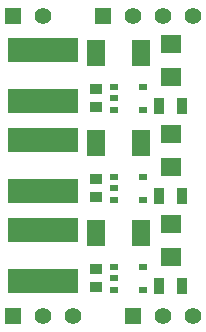
<source format=gts>
G04 (created by PCBNEW (2013-june-11)-stable) date Thu 23 Jan 2014 03:09:13 PM PST*
%MOIN*%
G04 Gerber Fmt 3.4, Leading zero omitted, Abs format*
%FSLAX34Y34*%
G01*
G70*
G90*
G04 APERTURE LIST*
%ADD10C,0.00590551*%
%ADD11R,0.055X0.055*%
%ADD12C,0.055*%
%ADD13R,0.0314961X0.0216535*%
%ADD14R,0.035X0.055*%
%ADD15R,0.23622X0.0787402*%
%ADD16R,0.063X0.0866*%
%ADD17R,0.071X0.063*%
%ADD18R,0.0394X0.0354*%
G04 APERTURE END LIST*
G54D10*
G54D11*
X95000Y-29000D03*
G54D12*
X96000Y-29000D03*
X97000Y-29000D03*
X98000Y-29000D03*
G54D11*
X96000Y-39000D03*
G54D12*
X97000Y-39000D03*
X98000Y-39000D03*
G54D11*
X92000Y-39000D03*
G54D12*
X93000Y-39000D03*
X94000Y-39000D03*
G54D11*
X92000Y-29000D03*
G54D12*
X93000Y-29000D03*
G54D13*
X95377Y-35124D03*
X95377Y-34750D03*
X95377Y-34375D03*
X96322Y-35124D03*
X96322Y-34375D03*
X95377Y-32124D03*
X95377Y-31750D03*
X95377Y-31375D03*
X96322Y-32124D03*
X96322Y-31375D03*
X95377Y-38124D03*
X95377Y-37750D03*
X95377Y-37375D03*
X96322Y-38124D03*
X96322Y-37375D03*
G54D14*
X96875Y-32000D03*
X97625Y-32000D03*
X96875Y-35000D03*
X97625Y-35000D03*
X96875Y-38000D03*
X97625Y-38000D03*
G54D15*
X93000Y-31846D03*
X93000Y-30153D03*
X93000Y-34846D03*
X93000Y-33153D03*
X93000Y-37846D03*
X93000Y-36153D03*
G54D16*
X94752Y-33250D03*
X96248Y-33250D03*
X94752Y-36250D03*
X96248Y-36250D03*
X94752Y-30250D03*
X96248Y-30250D03*
G54D17*
X97250Y-37050D03*
X97250Y-35950D03*
X97250Y-34050D03*
X97250Y-32950D03*
X97250Y-31050D03*
X97250Y-29950D03*
G54D18*
X94750Y-37454D03*
X94750Y-38046D03*
X94750Y-34454D03*
X94750Y-35046D03*
X94750Y-31454D03*
X94750Y-32046D03*
M02*

</source>
